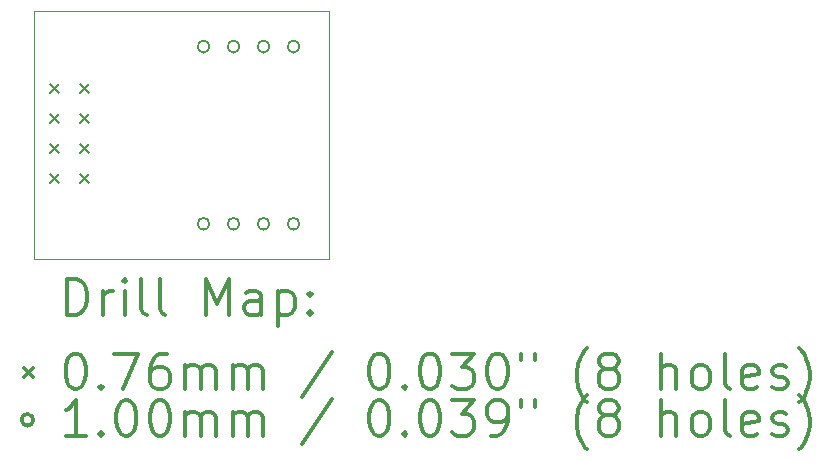
<source format=gbr>
%FSLAX45Y45*%
G04 Gerber Fmt 4.5, Leading zero omitted, Abs format (unit mm)*
G04 Created by KiCad (PCBNEW 5.1.6-c6e7f7d~87~ubuntu20.04.1) date 2020-10-09 15:59:30*
%MOMM*%
%LPD*%
G01*
G04 APERTURE LIST*
%TA.AperFunction,Profile*%
%ADD10C,0.050000*%
%TD*%
%ADD11C,0.200000*%
%ADD12C,0.300000*%
G04 APERTURE END LIST*
D10*
X7300000Y-17300000D02*
X7300000Y-15200000D01*
X9800000Y-17300000D02*
X7300000Y-17300000D01*
X9800000Y-15200000D02*
X9800000Y-17300000D01*
X7300000Y-15200000D02*
X9800000Y-15200000D01*
D11*
X7434900Y-15818600D02*
X7511100Y-15894800D01*
X7511100Y-15818600D02*
X7434900Y-15894800D01*
X7434900Y-16072600D02*
X7511100Y-16148800D01*
X7511100Y-16072600D02*
X7434900Y-16148800D01*
X7434900Y-16326600D02*
X7511100Y-16402800D01*
X7511100Y-16326600D02*
X7434900Y-16402800D01*
X7434900Y-16580600D02*
X7511100Y-16656800D01*
X7511100Y-16580600D02*
X7434900Y-16656800D01*
X7688900Y-15818600D02*
X7765100Y-15894800D01*
X7765100Y-15818600D02*
X7688900Y-15894800D01*
X7688900Y-16072600D02*
X7765100Y-16148800D01*
X7765100Y-16072600D02*
X7688900Y-16148800D01*
X7688900Y-16326600D02*
X7765100Y-16402800D01*
X7765100Y-16326600D02*
X7688900Y-16402800D01*
X7688900Y-16580600D02*
X7765100Y-16656800D01*
X7765100Y-16580600D02*
X7688900Y-16656800D01*
X8788000Y-17000000D02*
G75*
G03*
X8788000Y-17000000I-50000J0D01*
G01*
X9042000Y-17000000D02*
G75*
G03*
X9042000Y-17000000I-50000J0D01*
G01*
X9296000Y-17000000D02*
G75*
G03*
X9296000Y-17000000I-50000J0D01*
G01*
X9550000Y-17000000D02*
G75*
G03*
X9550000Y-17000000I-50000J0D01*
G01*
X8788000Y-15500000D02*
G75*
G03*
X8788000Y-15500000I-50000J0D01*
G01*
X9042000Y-15500000D02*
G75*
G03*
X9042000Y-15500000I-50000J0D01*
G01*
X9296000Y-15500000D02*
G75*
G03*
X9296000Y-15500000I-50000J0D01*
G01*
X9550000Y-15500000D02*
G75*
G03*
X9550000Y-15500000I-50000J0D01*
G01*
D12*
X7583928Y-17768214D02*
X7583928Y-17468214D01*
X7655357Y-17468214D01*
X7698214Y-17482500D01*
X7726786Y-17511072D01*
X7741071Y-17539643D01*
X7755357Y-17596786D01*
X7755357Y-17639643D01*
X7741071Y-17696786D01*
X7726786Y-17725357D01*
X7698214Y-17753929D01*
X7655357Y-17768214D01*
X7583928Y-17768214D01*
X7883928Y-17768214D02*
X7883928Y-17568214D01*
X7883928Y-17625357D02*
X7898214Y-17596786D01*
X7912500Y-17582500D01*
X7941071Y-17568214D01*
X7969643Y-17568214D01*
X8069643Y-17768214D02*
X8069643Y-17568214D01*
X8069643Y-17468214D02*
X8055357Y-17482500D01*
X8069643Y-17496786D01*
X8083928Y-17482500D01*
X8069643Y-17468214D01*
X8069643Y-17496786D01*
X8255357Y-17768214D02*
X8226786Y-17753929D01*
X8212500Y-17725357D01*
X8212500Y-17468214D01*
X8412500Y-17768214D02*
X8383928Y-17753929D01*
X8369643Y-17725357D01*
X8369643Y-17468214D01*
X8755357Y-17768214D02*
X8755357Y-17468214D01*
X8855357Y-17682500D01*
X8955357Y-17468214D01*
X8955357Y-17768214D01*
X9226786Y-17768214D02*
X9226786Y-17611072D01*
X9212500Y-17582500D01*
X9183928Y-17568214D01*
X9126786Y-17568214D01*
X9098214Y-17582500D01*
X9226786Y-17753929D02*
X9198214Y-17768214D01*
X9126786Y-17768214D01*
X9098214Y-17753929D01*
X9083928Y-17725357D01*
X9083928Y-17696786D01*
X9098214Y-17668214D01*
X9126786Y-17653929D01*
X9198214Y-17653929D01*
X9226786Y-17639643D01*
X9369643Y-17568214D02*
X9369643Y-17868214D01*
X9369643Y-17582500D02*
X9398214Y-17568214D01*
X9455357Y-17568214D01*
X9483928Y-17582500D01*
X9498214Y-17596786D01*
X9512500Y-17625357D01*
X9512500Y-17711072D01*
X9498214Y-17739643D01*
X9483928Y-17753929D01*
X9455357Y-17768214D01*
X9398214Y-17768214D01*
X9369643Y-17753929D01*
X9641071Y-17739643D02*
X9655357Y-17753929D01*
X9641071Y-17768214D01*
X9626786Y-17753929D01*
X9641071Y-17739643D01*
X9641071Y-17768214D01*
X9641071Y-17582500D02*
X9655357Y-17596786D01*
X9641071Y-17611072D01*
X9626786Y-17596786D01*
X9641071Y-17582500D01*
X9641071Y-17611072D01*
X7221300Y-18224400D02*
X7297500Y-18300600D01*
X7297500Y-18224400D02*
X7221300Y-18300600D01*
X7641071Y-18098214D02*
X7669643Y-18098214D01*
X7698214Y-18112500D01*
X7712500Y-18126786D01*
X7726786Y-18155357D01*
X7741071Y-18212500D01*
X7741071Y-18283929D01*
X7726786Y-18341072D01*
X7712500Y-18369643D01*
X7698214Y-18383929D01*
X7669643Y-18398214D01*
X7641071Y-18398214D01*
X7612500Y-18383929D01*
X7598214Y-18369643D01*
X7583928Y-18341072D01*
X7569643Y-18283929D01*
X7569643Y-18212500D01*
X7583928Y-18155357D01*
X7598214Y-18126786D01*
X7612500Y-18112500D01*
X7641071Y-18098214D01*
X7869643Y-18369643D02*
X7883928Y-18383929D01*
X7869643Y-18398214D01*
X7855357Y-18383929D01*
X7869643Y-18369643D01*
X7869643Y-18398214D01*
X7983928Y-18098214D02*
X8183928Y-18098214D01*
X8055357Y-18398214D01*
X8426786Y-18098214D02*
X8369643Y-18098214D01*
X8341071Y-18112500D01*
X8326786Y-18126786D01*
X8298214Y-18169643D01*
X8283928Y-18226786D01*
X8283928Y-18341072D01*
X8298214Y-18369643D01*
X8312500Y-18383929D01*
X8341071Y-18398214D01*
X8398214Y-18398214D01*
X8426786Y-18383929D01*
X8441071Y-18369643D01*
X8455357Y-18341072D01*
X8455357Y-18269643D01*
X8441071Y-18241072D01*
X8426786Y-18226786D01*
X8398214Y-18212500D01*
X8341071Y-18212500D01*
X8312500Y-18226786D01*
X8298214Y-18241072D01*
X8283928Y-18269643D01*
X8583928Y-18398214D02*
X8583928Y-18198214D01*
X8583928Y-18226786D02*
X8598214Y-18212500D01*
X8626786Y-18198214D01*
X8669643Y-18198214D01*
X8698214Y-18212500D01*
X8712500Y-18241072D01*
X8712500Y-18398214D01*
X8712500Y-18241072D02*
X8726786Y-18212500D01*
X8755357Y-18198214D01*
X8798214Y-18198214D01*
X8826786Y-18212500D01*
X8841071Y-18241072D01*
X8841071Y-18398214D01*
X8983928Y-18398214D02*
X8983928Y-18198214D01*
X8983928Y-18226786D02*
X8998214Y-18212500D01*
X9026786Y-18198214D01*
X9069643Y-18198214D01*
X9098214Y-18212500D01*
X9112500Y-18241072D01*
X9112500Y-18398214D01*
X9112500Y-18241072D02*
X9126786Y-18212500D01*
X9155357Y-18198214D01*
X9198214Y-18198214D01*
X9226786Y-18212500D01*
X9241071Y-18241072D01*
X9241071Y-18398214D01*
X9826786Y-18083929D02*
X9569643Y-18469643D01*
X10212500Y-18098214D02*
X10241071Y-18098214D01*
X10269643Y-18112500D01*
X10283928Y-18126786D01*
X10298214Y-18155357D01*
X10312500Y-18212500D01*
X10312500Y-18283929D01*
X10298214Y-18341072D01*
X10283928Y-18369643D01*
X10269643Y-18383929D01*
X10241071Y-18398214D01*
X10212500Y-18398214D01*
X10183928Y-18383929D01*
X10169643Y-18369643D01*
X10155357Y-18341072D01*
X10141071Y-18283929D01*
X10141071Y-18212500D01*
X10155357Y-18155357D01*
X10169643Y-18126786D01*
X10183928Y-18112500D01*
X10212500Y-18098214D01*
X10441071Y-18369643D02*
X10455357Y-18383929D01*
X10441071Y-18398214D01*
X10426786Y-18383929D01*
X10441071Y-18369643D01*
X10441071Y-18398214D01*
X10641071Y-18098214D02*
X10669643Y-18098214D01*
X10698214Y-18112500D01*
X10712500Y-18126786D01*
X10726786Y-18155357D01*
X10741071Y-18212500D01*
X10741071Y-18283929D01*
X10726786Y-18341072D01*
X10712500Y-18369643D01*
X10698214Y-18383929D01*
X10669643Y-18398214D01*
X10641071Y-18398214D01*
X10612500Y-18383929D01*
X10598214Y-18369643D01*
X10583928Y-18341072D01*
X10569643Y-18283929D01*
X10569643Y-18212500D01*
X10583928Y-18155357D01*
X10598214Y-18126786D01*
X10612500Y-18112500D01*
X10641071Y-18098214D01*
X10841071Y-18098214D02*
X11026786Y-18098214D01*
X10926786Y-18212500D01*
X10969643Y-18212500D01*
X10998214Y-18226786D01*
X11012500Y-18241072D01*
X11026786Y-18269643D01*
X11026786Y-18341072D01*
X11012500Y-18369643D01*
X10998214Y-18383929D01*
X10969643Y-18398214D01*
X10883928Y-18398214D01*
X10855357Y-18383929D01*
X10841071Y-18369643D01*
X11212500Y-18098214D02*
X11241071Y-18098214D01*
X11269643Y-18112500D01*
X11283928Y-18126786D01*
X11298214Y-18155357D01*
X11312500Y-18212500D01*
X11312500Y-18283929D01*
X11298214Y-18341072D01*
X11283928Y-18369643D01*
X11269643Y-18383929D01*
X11241071Y-18398214D01*
X11212500Y-18398214D01*
X11183928Y-18383929D01*
X11169643Y-18369643D01*
X11155357Y-18341072D01*
X11141071Y-18283929D01*
X11141071Y-18212500D01*
X11155357Y-18155357D01*
X11169643Y-18126786D01*
X11183928Y-18112500D01*
X11212500Y-18098214D01*
X11426786Y-18098214D02*
X11426786Y-18155357D01*
X11541071Y-18098214D02*
X11541071Y-18155357D01*
X11983928Y-18512500D02*
X11969643Y-18498214D01*
X11941071Y-18455357D01*
X11926786Y-18426786D01*
X11912500Y-18383929D01*
X11898214Y-18312500D01*
X11898214Y-18255357D01*
X11912500Y-18183929D01*
X11926786Y-18141072D01*
X11941071Y-18112500D01*
X11969643Y-18069643D01*
X11983928Y-18055357D01*
X12141071Y-18226786D02*
X12112500Y-18212500D01*
X12098214Y-18198214D01*
X12083928Y-18169643D01*
X12083928Y-18155357D01*
X12098214Y-18126786D01*
X12112500Y-18112500D01*
X12141071Y-18098214D01*
X12198214Y-18098214D01*
X12226786Y-18112500D01*
X12241071Y-18126786D01*
X12255357Y-18155357D01*
X12255357Y-18169643D01*
X12241071Y-18198214D01*
X12226786Y-18212500D01*
X12198214Y-18226786D01*
X12141071Y-18226786D01*
X12112500Y-18241072D01*
X12098214Y-18255357D01*
X12083928Y-18283929D01*
X12083928Y-18341072D01*
X12098214Y-18369643D01*
X12112500Y-18383929D01*
X12141071Y-18398214D01*
X12198214Y-18398214D01*
X12226786Y-18383929D01*
X12241071Y-18369643D01*
X12255357Y-18341072D01*
X12255357Y-18283929D01*
X12241071Y-18255357D01*
X12226786Y-18241072D01*
X12198214Y-18226786D01*
X12612500Y-18398214D02*
X12612500Y-18098214D01*
X12741071Y-18398214D02*
X12741071Y-18241072D01*
X12726786Y-18212500D01*
X12698214Y-18198214D01*
X12655357Y-18198214D01*
X12626786Y-18212500D01*
X12612500Y-18226786D01*
X12926786Y-18398214D02*
X12898214Y-18383929D01*
X12883928Y-18369643D01*
X12869643Y-18341072D01*
X12869643Y-18255357D01*
X12883928Y-18226786D01*
X12898214Y-18212500D01*
X12926786Y-18198214D01*
X12969643Y-18198214D01*
X12998214Y-18212500D01*
X13012500Y-18226786D01*
X13026786Y-18255357D01*
X13026786Y-18341072D01*
X13012500Y-18369643D01*
X12998214Y-18383929D01*
X12969643Y-18398214D01*
X12926786Y-18398214D01*
X13198214Y-18398214D02*
X13169643Y-18383929D01*
X13155357Y-18355357D01*
X13155357Y-18098214D01*
X13426786Y-18383929D02*
X13398214Y-18398214D01*
X13341071Y-18398214D01*
X13312500Y-18383929D01*
X13298214Y-18355357D01*
X13298214Y-18241072D01*
X13312500Y-18212500D01*
X13341071Y-18198214D01*
X13398214Y-18198214D01*
X13426786Y-18212500D01*
X13441071Y-18241072D01*
X13441071Y-18269643D01*
X13298214Y-18298214D01*
X13555357Y-18383929D02*
X13583928Y-18398214D01*
X13641071Y-18398214D01*
X13669643Y-18383929D01*
X13683928Y-18355357D01*
X13683928Y-18341072D01*
X13669643Y-18312500D01*
X13641071Y-18298214D01*
X13598214Y-18298214D01*
X13569643Y-18283929D01*
X13555357Y-18255357D01*
X13555357Y-18241072D01*
X13569643Y-18212500D01*
X13598214Y-18198214D01*
X13641071Y-18198214D01*
X13669643Y-18212500D01*
X13783928Y-18512500D02*
X13798214Y-18498214D01*
X13826786Y-18455357D01*
X13841071Y-18426786D01*
X13855357Y-18383929D01*
X13869643Y-18312500D01*
X13869643Y-18255357D01*
X13855357Y-18183929D01*
X13841071Y-18141072D01*
X13826786Y-18112500D01*
X13798214Y-18069643D01*
X13783928Y-18055357D01*
X7297500Y-18658500D02*
G75*
G03*
X7297500Y-18658500I-50000J0D01*
G01*
X7741071Y-18794214D02*
X7569643Y-18794214D01*
X7655357Y-18794214D02*
X7655357Y-18494214D01*
X7626786Y-18537072D01*
X7598214Y-18565643D01*
X7569643Y-18579929D01*
X7869643Y-18765643D02*
X7883928Y-18779929D01*
X7869643Y-18794214D01*
X7855357Y-18779929D01*
X7869643Y-18765643D01*
X7869643Y-18794214D01*
X8069643Y-18494214D02*
X8098214Y-18494214D01*
X8126786Y-18508500D01*
X8141071Y-18522786D01*
X8155357Y-18551357D01*
X8169643Y-18608500D01*
X8169643Y-18679929D01*
X8155357Y-18737072D01*
X8141071Y-18765643D01*
X8126786Y-18779929D01*
X8098214Y-18794214D01*
X8069643Y-18794214D01*
X8041071Y-18779929D01*
X8026786Y-18765643D01*
X8012500Y-18737072D01*
X7998214Y-18679929D01*
X7998214Y-18608500D01*
X8012500Y-18551357D01*
X8026786Y-18522786D01*
X8041071Y-18508500D01*
X8069643Y-18494214D01*
X8355357Y-18494214D02*
X8383928Y-18494214D01*
X8412500Y-18508500D01*
X8426786Y-18522786D01*
X8441071Y-18551357D01*
X8455357Y-18608500D01*
X8455357Y-18679929D01*
X8441071Y-18737072D01*
X8426786Y-18765643D01*
X8412500Y-18779929D01*
X8383928Y-18794214D01*
X8355357Y-18794214D01*
X8326786Y-18779929D01*
X8312500Y-18765643D01*
X8298214Y-18737072D01*
X8283928Y-18679929D01*
X8283928Y-18608500D01*
X8298214Y-18551357D01*
X8312500Y-18522786D01*
X8326786Y-18508500D01*
X8355357Y-18494214D01*
X8583928Y-18794214D02*
X8583928Y-18594214D01*
X8583928Y-18622786D02*
X8598214Y-18608500D01*
X8626786Y-18594214D01*
X8669643Y-18594214D01*
X8698214Y-18608500D01*
X8712500Y-18637072D01*
X8712500Y-18794214D01*
X8712500Y-18637072D02*
X8726786Y-18608500D01*
X8755357Y-18594214D01*
X8798214Y-18594214D01*
X8826786Y-18608500D01*
X8841071Y-18637072D01*
X8841071Y-18794214D01*
X8983928Y-18794214D02*
X8983928Y-18594214D01*
X8983928Y-18622786D02*
X8998214Y-18608500D01*
X9026786Y-18594214D01*
X9069643Y-18594214D01*
X9098214Y-18608500D01*
X9112500Y-18637072D01*
X9112500Y-18794214D01*
X9112500Y-18637072D02*
X9126786Y-18608500D01*
X9155357Y-18594214D01*
X9198214Y-18594214D01*
X9226786Y-18608500D01*
X9241071Y-18637072D01*
X9241071Y-18794214D01*
X9826786Y-18479929D02*
X9569643Y-18865643D01*
X10212500Y-18494214D02*
X10241071Y-18494214D01*
X10269643Y-18508500D01*
X10283928Y-18522786D01*
X10298214Y-18551357D01*
X10312500Y-18608500D01*
X10312500Y-18679929D01*
X10298214Y-18737072D01*
X10283928Y-18765643D01*
X10269643Y-18779929D01*
X10241071Y-18794214D01*
X10212500Y-18794214D01*
X10183928Y-18779929D01*
X10169643Y-18765643D01*
X10155357Y-18737072D01*
X10141071Y-18679929D01*
X10141071Y-18608500D01*
X10155357Y-18551357D01*
X10169643Y-18522786D01*
X10183928Y-18508500D01*
X10212500Y-18494214D01*
X10441071Y-18765643D02*
X10455357Y-18779929D01*
X10441071Y-18794214D01*
X10426786Y-18779929D01*
X10441071Y-18765643D01*
X10441071Y-18794214D01*
X10641071Y-18494214D02*
X10669643Y-18494214D01*
X10698214Y-18508500D01*
X10712500Y-18522786D01*
X10726786Y-18551357D01*
X10741071Y-18608500D01*
X10741071Y-18679929D01*
X10726786Y-18737072D01*
X10712500Y-18765643D01*
X10698214Y-18779929D01*
X10669643Y-18794214D01*
X10641071Y-18794214D01*
X10612500Y-18779929D01*
X10598214Y-18765643D01*
X10583928Y-18737072D01*
X10569643Y-18679929D01*
X10569643Y-18608500D01*
X10583928Y-18551357D01*
X10598214Y-18522786D01*
X10612500Y-18508500D01*
X10641071Y-18494214D01*
X10841071Y-18494214D02*
X11026786Y-18494214D01*
X10926786Y-18608500D01*
X10969643Y-18608500D01*
X10998214Y-18622786D01*
X11012500Y-18637072D01*
X11026786Y-18665643D01*
X11026786Y-18737072D01*
X11012500Y-18765643D01*
X10998214Y-18779929D01*
X10969643Y-18794214D01*
X10883928Y-18794214D01*
X10855357Y-18779929D01*
X10841071Y-18765643D01*
X11169643Y-18794214D02*
X11226786Y-18794214D01*
X11255357Y-18779929D01*
X11269643Y-18765643D01*
X11298214Y-18722786D01*
X11312500Y-18665643D01*
X11312500Y-18551357D01*
X11298214Y-18522786D01*
X11283928Y-18508500D01*
X11255357Y-18494214D01*
X11198214Y-18494214D01*
X11169643Y-18508500D01*
X11155357Y-18522786D01*
X11141071Y-18551357D01*
X11141071Y-18622786D01*
X11155357Y-18651357D01*
X11169643Y-18665643D01*
X11198214Y-18679929D01*
X11255357Y-18679929D01*
X11283928Y-18665643D01*
X11298214Y-18651357D01*
X11312500Y-18622786D01*
X11426786Y-18494214D02*
X11426786Y-18551357D01*
X11541071Y-18494214D02*
X11541071Y-18551357D01*
X11983928Y-18908500D02*
X11969643Y-18894214D01*
X11941071Y-18851357D01*
X11926786Y-18822786D01*
X11912500Y-18779929D01*
X11898214Y-18708500D01*
X11898214Y-18651357D01*
X11912500Y-18579929D01*
X11926786Y-18537072D01*
X11941071Y-18508500D01*
X11969643Y-18465643D01*
X11983928Y-18451357D01*
X12141071Y-18622786D02*
X12112500Y-18608500D01*
X12098214Y-18594214D01*
X12083928Y-18565643D01*
X12083928Y-18551357D01*
X12098214Y-18522786D01*
X12112500Y-18508500D01*
X12141071Y-18494214D01*
X12198214Y-18494214D01*
X12226786Y-18508500D01*
X12241071Y-18522786D01*
X12255357Y-18551357D01*
X12255357Y-18565643D01*
X12241071Y-18594214D01*
X12226786Y-18608500D01*
X12198214Y-18622786D01*
X12141071Y-18622786D01*
X12112500Y-18637072D01*
X12098214Y-18651357D01*
X12083928Y-18679929D01*
X12083928Y-18737072D01*
X12098214Y-18765643D01*
X12112500Y-18779929D01*
X12141071Y-18794214D01*
X12198214Y-18794214D01*
X12226786Y-18779929D01*
X12241071Y-18765643D01*
X12255357Y-18737072D01*
X12255357Y-18679929D01*
X12241071Y-18651357D01*
X12226786Y-18637072D01*
X12198214Y-18622786D01*
X12612500Y-18794214D02*
X12612500Y-18494214D01*
X12741071Y-18794214D02*
X12741071Y-18637072D01*
X12726786Y-18608500D01*
X12698214Y-18594214D01*
X12655357Y-18594214D01*
X12626786Y-18608500D01*
X12612500Y-18622786D01*
X12926786Y-18794214D02*
X12898214Y-18779929D01*
X12883928Y-18765643D01*
X12869643Y-18737072D01*
X12869643Y-18651357D01*
X12883928Y-18622786D01*
X12898214Y-18608500D01*
X12926786Y-18594214D01*
X12969643Y-18594214D01*
X12998214Y-18608500D01*
X13012500Y-18622786D01*
X13026786Y-18651357D01*
X13026786Y-18737072D01*
X13012500Y-18765643D01*
X12998214Y-18779929D01*
X12969643Y-18794214D01*
X12926786Y-18794214D01*
X13198214Y-18794214D02*
X13169643Y-18779929D01*
X13155357Y-18751357D01*
X13155357Y-18494214D01*
X13426786Y-18779929D02*
X13398214Y-18794214D01*
X13341071Y-18794214D01*
X13312500Y-18779929D01*
X13298214Y-18751357D01*
X13298214Y-18637072D01*
X13312500Y-18608500D01*
X13341071Y-18594214D01*
X13398214Y-18594214D01*
X13426786Y-18608500D01*
X13441071Y-18637072D01*
X13441071Y-18665643D01*
X13298214Y-18694214D01*
X13555357Y-18779929D02*
X13583928Y-18794214D01*
X13641071Y-18794214D01*
X13669643Y-18779929D01*
X13683928Y-18751357D01*
X13683928Y-18737072D01*
X13669643Y-18708500D01*
X13641071Y-18694214D01*
X13598214Y-18694214D01*
X13569643Y-18679929D01*
X13555357Y-18651357D01*
X13555357Y-18637072D01*
X13569643Y-18608500D01*
X13598214Y-18594214D01*
X13641071Y-18594214D01*
X13669643Y-18608500D01*
X13783928Y-18908500D02*
X13798214Y-18894214D01*
X13826786Y-18851357D01*
X13841071Y-18822786D01*
X13855357Y-18779929D01*
X13869643Y-18708500D01*
X13869643Y-18651357D01*
X13855357Y-18579929D01*
X13841071Y-18537072D01*
X13826786Y-18508500D01*
X13798214Y-18465643D01*
X13783928Y-18451357D01*
M02*

</source>
